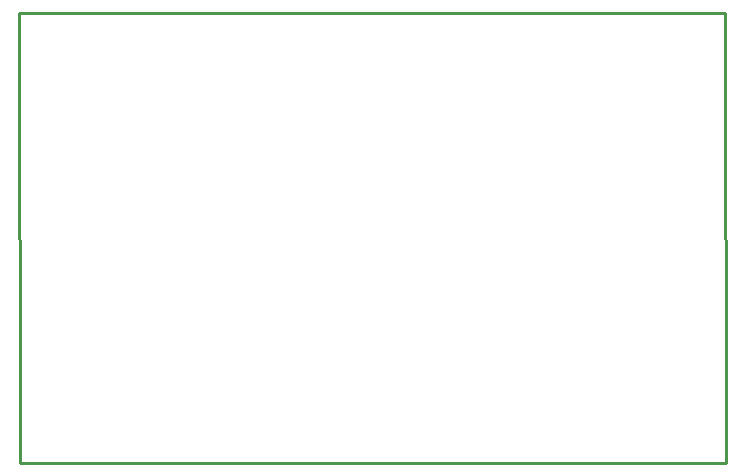
<source format=gbr>
G04 EAGLE Gerber X2 export*
%TF.Part,Single*%
%TF.FileFunction,Profile,NP*%
%TF.FilePolarity,Positive*%
%TF.GenerationSoftware,Autodesk,EAGLE,8.6.0*%
%TF.CreationDate,2018-07-05T08:20:44Z*%
G75*
%MOMM*%
%FSLAX34Y34*%
%LPD*%
%AMOC8*
5,1,8,0,0,1.08239X$1,22.5*%
G01*
%ADD10C,0.254000*%


D10*
X-388000Y141000D02*
X-387500Y-240500D01*
X210000Y-240500D01*
X209500Y141000D01*
X-388000Y141000D01*
M02*

</source>
